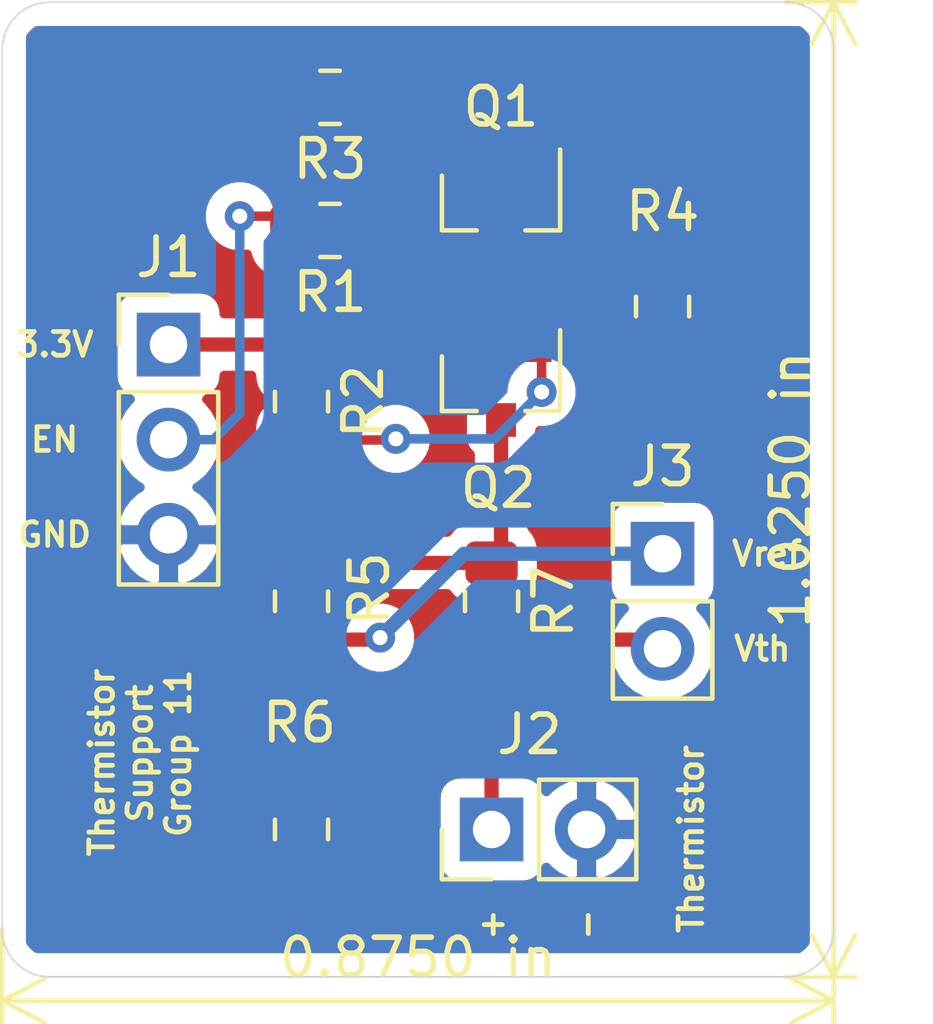
<source format=kicad_pcb>
(kicad_pcb (version 20171130) (host pcbnew "(5.1.4)-1")

  (general
    (thickness 1.6)
    (drawings 19)
    (tracks 39)
    (zones 0)
    (modules 12)
    (nets 10)
  )

  (page A4)
  (layers
    (0 F.Cu signal)
    (31 B.Cu signal)
    (32 B.Adhes user)
    (33 F.Adhes user)
    (34 B.Paste user)
    (35 F.Paste user)
    (36 B.SilkS user)
    (37 F.SilkS user)
    (38 B.Mask user)
    (39 F.Mask user)
    (40 Dwgs.User user)
    (41 Cmts.User user)
    (42 Eco1.User user)
    (43 Eco2.User user)
    (44 Edge.Cuts user)
    (45 Margin user)
    (46 B.CrtYd user)
    (47 F.CrtYd user)
    (48 B.Fab user)
    (49 F.Fab user hide)
  )

  (setup
    (last_trace_width 0.381)
    (user_trace_width 0.2032)
    (user_trace_width 0.254)
    (user_trace_width 0.381)
    (trace_clearance 0.2)
    (zone_clearance 0.508)
    (zone_45_only no)
    (trace_min 0.2)
    (via_size 0.8)
    (via_drill 0.4)
    (via_min_size 0.4)
    (via_min_drill 0.3)
    (uvia_size 0.3)
    (uvia_drill 0.1)
    (uvias_allowed no)
    (uvia_min_size 0.2)
    (uvia_min_drill 0.1)
    (edge_width 0.05)
    (segment_width 0.2)
    (pcb_text_width 0.3)
    (pcb_text_size 1.5 1.5)
    (mod_edge_width 0.12)
    (mod_text_size 1 1)
    (mod_text_width 0.15)
    (pad_size 1.524 1.524)
    (pad_drill 0.762)
    (pad_to_mask_clearance 0.051)
    (solder_mask_min_width 0.25)
    (aux_axis_origin 0 0)
    (visible_elements FFFFFF7F)
    (pcbplotparams
      (layerselection 0x010fc_ffffffff)
      (usegerberextensions false)
      (usegerberattributes false)
      (usegerberadvancedattributes false)
      (creategerberjobfile false)
      (excludeedgelayer true)
      (linewidth 0.100000)
      (plotframeref false)
      (viasonmask false)
      (mode 1)
      (useauxorigin false)
      (hpglpennumber 1)
      (hpglpenspeed 20)
      (hpglpendiameter 15.000000)
      (psnegative false)
      (psa4output false)
      (plotreference true)
      (plotvalue true)
      (plotinvisibletext false)
      (padsonsilk false)
      (subtractmaskfromsilk false)
      (outputformat 1)
      (mirror false)
      (drillshape 1)
      (scaleselection 1)
      (outputdirectory ""))
  )

  (net 0 "")
  (net 1 /+3.3V)
  (net 2 /GPIO_EN)
  (net 3 GND)
  (net 4 /Vth)
  (net 5 /Vref)
  (net 6 "Net-(Q1-Pad1)")
  (net 7 "Net-(Q1-Pad3)")
  (net 8 "Net-(Q2-Pad3)")
  (net 9 "Net-(Q2-Pad1)")

  (net_class Default "This is the default net class."
    (clearance 0.2)
    (trace_width 0.25)
    (via_dia 0.8)
    (via_drill 0.4)
    (uvia_dia 0.3)
    (uvia_drill 0.1)
    (add_net /+3.3V)
    (add_net /GPIO_EN)
    (add_net /Vref)
    (add_net /Vth)
    (add_net GND)
    (add_net "Net-(Q1-Pad1)")
    (add_net "Net-(Q1-Pad3)")
    (add_net "Net-(Q2-Pad1)")
    (add_net "Net-(Q2-Pad3)")
  )

  (module Connector_PinHeader_2.54mm:PinHeader_1x03_P2.54mm_Vertical (layer F.Cu) (tedit 59FED5CC) (tstamp 5DE2C752)
    (at -1.27 -4.826)
    (descr "Through hole straight pin header, 1x03, 2.54mm pitch, single row")
    (tags "Through hole pin header THT 1x03 2.54mm single row")
    (path /5DE33EDA)
    (fp_text reference J1 (at 0 -2.33) (layer F.SilkS)
      (effects (font (size 1 1) (thickness 0.15)))
    )
    (fp_text value "POW / Control" (at 0 7.41) (layer F.Fab)
      (effects (font (size 1 1) (thickness 0.15)))
    )
    (fp_line (start -0.635 -1.27) (end 1.27 -1.27) (layer F.Fab) (width 0.1))
    (fp_line (start 1.27 -1.27) (end 1.27 6.35) (layer F.Fab) (width 0.1))
    (fp_line (start 1.27 6.35) (end -1.27 6.35) (layer F.Fab) (width 0.1))
    (fp_line (start -1.27 6.35) (end -1.27 -0.635) (layer F.Fab) (width 0.1))
    (fp_line (start -1.27 -0.635) (end -0.635 -1.27) (layer F.Fab) (width 0.1))
    (fp_line (start -1.33 6.41) (end 1.33 6.41) (layer F.SilkS) (width 0.12))
    (fp_line (start -1.33 1.27) (end -1.33 6.41) (layer F.SilkS) (width 0.12))
    (fp_line (start 1.33 1.27) (end 1.33 6.41) (layer F.SilkS) (width 0.12))
    (fp_line (start -1.33 1.27) (end 1.33 1.27) (layer F.SilkS) (width 0.12))
    (fp_line (start -1.33 0) (end -1.33 -1.33) (layer F.SilkS) (width 0.12))
    (fp_line (start -1.33 -1.33) (end 0 -1.33) (layer F.SilkS) (width 0.12))
    (fp_line (start -1.8 -1.8) (end -1.8 6.85) (layer F.CrtYd) (width 0.05))
    (fp_line (start -1.8 6.85) (end 1.8 6.85) (layer F.CrtYd) (width 0.05))
    (fp_line (start 1.8 6.85) (end 1.8 -1.8) (layer F.CrtYd) (width 0.05))
    (fp_line (start 1.8 -1.8) (end -1.8 -1.8) (layer F.CrtYd) (width 0.05))
    (fp_text user %R (at 0 2.54 90) (layer F.Fab)
      (effects (font (size 1 1) (thickness 0.15)))
    )
    (pad 1 thru_hole rect (at 0 0) (size 1.7 1.7) (drill 1) (layers *.Cu *.Mask)
      (net 1 /+3.3V))
    (pad 2 thru_hole oval (at 0 2.54) (size 1.7 1.7) (drill 1) (layers *.Cu *.Mask)
      (net 2 /GPIO_EN))
    (pad 3 thru_hole oval (at 0 5.08) (size 1.7 1.7) (drill 1) (layers *.Cu *.Mask)
      (net 3 GND))
    (model ${KISYS3DMOD}/Connector_PinHeader_2.54mm.3dshapes/PinHeader_1x03_P2.54mm_Vertical.wrl
      (at (xyz 0 0 0))
      (scale (xyz 1 1 1))
      (rotate (xyz 0 0 0))
    )
  )

  (module Connector_PinHeader_2.54mm:PinHeader_1x02_P2.54mm_Vertical (layer F.Cu) (tedit 59FED5CC) (tstamp 5DE2D915)
    (at 7.366 8.128 90)
    (descr "Through hole straight pin header, 1x02, 2.54mm pitch, single row")
    (tags "Through hole pin header THT 1x02 2.54mm single row")
    (path /5DE4DB18)
    (fp_text reference J2 (at 2.54 1.016 180) (layer F.SilkS)
      (effects (font (size 1 1) (thickness 0.15)))
    )
    (fp_text value "Termistor 10k" (at 0 4.87 90) (layer F.Fab)
      (effects (font (size 1 1) (thickness 0.15)))
    )
    (fp_text user %R (at 0 1.27) (layer F.Fab)
      (effects (font (size 1 1) (thickness 0.15)))
    )
    (fp_line (start 1.8 -1.8) (end -1.8 -1.8) (layer F.CrtYd) (width 0.05))
    (fp_line (start 1.8 4.35) (end 1.8 -1.8) (layer F.CrtYd) (width 0.05))
    (fp_line (start -1.8 4.35) (end 1.8 4.35) (layer F.CrtYd) (width 0.05))
    (fp_line (start -1.8 -1.8) (end -1.8 4.35) (layer F.CrtYd) (width 0.05))
    (fp_line (start -1.33 -1.33) (end 0 -1.33) (layer F.SilkS) (width 0.12))
    (fp_line (start -1.33 0) (end -1.33 -1.33) (layer F.SilkS) (width 0.12))
    (fp_line (start -1.33 1.27) (end 1.33 1.27) (layer F.SilkS) (width 0.12))
    (fp_line (start 1.33 1.27) (end 1.33 3.87) (layer F.SilkS) (width 0.12))
    (fp_line (start -1.33 1.27) (end -1.33 3.87) (layer F.SilkS) (width 0.12))
    (fp_line (start -1.33 3.87) (end 1.33 3.87) (layer F.SilkS) (width 0.12))
    (fp_line (start -1.27 -0.635) (end -0.635 -1.27) (layer F.Fab) (width 0.1))
    (fp_line (start -1.27 3.81) (end -1.27 -0.635) (layer F.Fab) (width 0.1))
    (fp_line (start 1.27 3.81) (end -1.27 3.81) (layer F.Fab) (width 0.1))
    (fp_line (start 1.27 -1.27) (end 1.27 3.81) (layer F.Fab) (width 0.1))
    (fp_line (start -0.635 -1.27) (end 1.27 -1.27) (layer F.Fab) (width 0.1))
    (pad 2 thru_hole oval (at 0 2.54 90) (size 1.7 1.7) (drill 1) (layers *.Cu *.Mask)
      (net 3 GND))
    (pad 1 thru_hole rect (at 0 0 90) (size 1.7 1.7) (drill 1) (layers *.Cu *.Mask)
      (net 4 /Vth))
    (model ${KISYS3DMOD}/Connector_PinHeader_2.54mm.3dshapes/PinHeader_1x02_P2.54mm_Vertical.wrl
      (at (xyz 0 0 0))
      (scale (xyz 1 1 1))
      (rotate (xyz 0 0 0))
    )
  )

  (module Connector_PinHeader_2.54mm:PinHeader_1x02_P2.54mm_Vertical (layer F.Cu) (tedit 59FED5CC) (tstamp 5DE2D86A)
    (at 11.938 0.762)
    (descr "Through hole straight pin header, 1x02, 2.54mm pitch, single row")
    (tags "Through hole pin header THT 1x02 2.54mm single row")
    (path /5DE348DC)
    (fp_text reference J3 (at 0 -2.33) (layer F.SilkS)
      (effects (font (size 1 1) (thickness 0.15)))
    )
    (fp_text value "ADC Inputs" (at 0 4.87) (layer F.Fab)
      (effects (font (size 1 1) (thickness 0.15)))
    )
    (fp_line (start -0.635 -1.27) (end 1.27 -1.27) (layer F.Fab) (width 0.1))
    (fp_line (start 1.27 -1.27) (end 1.27 3.81) (layer F.Fab) (width 0.1))
    (fp_line (start 1.27 3.81) (end -1.27 3.81) (layer F.Fab) (width 0.1))
    (fp_line (start -1.27 3.81) (end -1.27 -0.635) (layer F.Fab) (width 0.1))
    (fp_line (start -1.27 -0.635) (end -0.635 -1.27) (layer F.Fab) (width 0.1))
    (fp_line (start -1.33 3.87) (end 1.33 3.87) (layer F.SilkS) (width 0.12))
    (fp_line (start -1.33 1.27) (end -1.33 3.87) (layer F.SilkS) (width 0.12))
    (fp_line (start 1.33 1.27) (end 1.33 3.87) (layer F.SilkS) (width 0.12))
    (fp_line (start -1.33 1.27) (end 1.33 1.27) (layer F.SilkS) (width 0.12))
    (fp_line (start -1.33 0) (end -1.33 -1.33) (layer F.SilkS) (width 0.12))
    (fp_line (start -1.33 -1.33) (end 0 -1.33) (layer F.SilkS) (width 0.12))
    (fp_line (start -1.8 -1.8) (end -1.8 4.35) (layer F.CrtYd) (width 0.05))
    (fp_line (start -1.8 4.35) (end 1.8 4.35) (layer F.CrtYd) (width 0.05))
    (fp_line (start 1.8 4.35) (end 1.8 -1.8) (layer F.CrtYd) (width 0.05))
    (fp_line (start 1.8 -1.8) (end -1.8 -1.8) (layer F.CrtYd) (width 0.05))
    (fp_text user %R (at 0 1.27 90) (layer F.Fab)
      (effects (font (size 1 1) (thickness 0.15)))
    )
    (pad 1 thru_hole rect (at 0 0) (size 1.7 1.7) (drill 1) (layers *.Cu *.Mask)
      (net 5 /Vref))
    (pad 2 thru_hole oval (at 0 2.54) (size 1.7 1.7) (drill 1) (layers *.Cu *.Mask)
      (net 4 /Vth))
    (model ${KISYS3DMOD}/Connector_PinHeader_2.54mm.3dshapes/PinHeader_1x02_P2.54mm_Vertical.wrl
      (at (xyz 0 0 0))
      (scale (xyz 1 1 1))
      (rotate (xyz 0 0 0))
    )
  )

  (module Package_TO_SOT_SMD:SOT-23 (layer F.Cu) (tedit 5A02FF57) (tstamp 5DE2C4D2)
    (at 7.62 -8.636 270)
    (descr "SOT-23, Standard")
    (tags SOT-23)
    (path /5DE20AFC)
    (attr smd)
    (fp_text reference Q1 (at -2.54 0) (layer F.SilkS)
      (effects (font (size 1 1) (thickness 0.15)))
    )
    (fp_text value 2N7002E (at 0 2.5 90) (layer F.Fab)
      (effects (font (size 1 1) (thickness 0.15)))
    )
    (fp_text user %R (at 0 0) (layer F.Fab)
      (effects (font (size 0.5 0.5) (thickness 0.075)))
    )
    (fp_line (start -0.7 -0.95) (end -0.7 1.5) (layer F.Fab) (width 0.1))
    (fp_line (start -0.15 -1.52) (end 0.7 -1.52) (layer F.Fab) (width 0.1))
    (fp_line (start -0.7 -0.95) (end -0.15 -1.52) (layer F.Fab) (width 0.1))
    (fp_line (start 0.7 -1.52) (end 0.7 1.52) (layer F.Fab) (width 0.1))
    (fp_line (start -0.7 1.52) (end 0.7 1.52) (layer F.Fab) (width 0.1))
    (fp_line (start 0.76 1.58) (end 0.76 0.65) (layer F.SilkS) (width 0.12))
    (fp_line (start 0.76 -1.58) (end 0.76 -0.65) (layer F.SilkS) (width 0.12))
    (fp_line (start -1.7 -1.75) (end 1.7 -1.75) (layer F.CrtYd) (width 0.05))
    (fp_line (start 1.7 -1.75) (end 1.7 1.75) (layer F.CrtYd) (width 0.05))
    (fp_line (start 1.7 1.75) (end -1.7 1.75) (layer F.CrtYd) (width 0.05))
    (fp_line (start -1.7 1.75) (end -1.7 -1.75) (layer F.CrtYd) (width 0.05))
    (fp_line (start 0.76 -1.58) (end -1.4 -1.58) (layer F.SilkS) (width 0.12))
    (fp_line (start 0.76 1.58) (end -0.7 1.58) (layer F.SilkS) (width 0.12))
    (pad 1 smd rect (at -1 -0.95 270) (size 0.9 0.8) (layers F.Cu F.Paste F.Mask)
      (net 6 "Net-(Q1-Pad1)"))
    (pad 2 smd rect (at -1 0.95 270) (size 0.9 0.8) (layers F.Cu F.Paste F.Mask)
      (net 3 GND))
    (pad 3 smd rect (at 1 0 270) (size 0.9 0.8) (layers F.Cu F.Paste F.Mask)
      (net 7 "Net-(Q1-Pad3)"))
    (model ${KISYS3DMOD}/Package_TO_SOT_SMD.3dshapes/SOT-23.wrl
      (at (xyz 0 0 0))
      (scale (xyz 1 1 1))
      (rotate (xyz 0 0 0))
    )
  )

  (module Package_TO_SOT_SMD:SOT-23 (layer F.Cu) (tedit 5A02FF57) (tstamp 5DE2D378)
    (at 7.62 -3.81 270)
    (descr "SOT-23, Standard")
    (tags SOT-23)
    (path /5DE25183)
    (attr smd)
    (fp_text reference Q2 (at 2.8194 0.07366 180) (layer F.SilkS)
      (effects (font (size 1 1) (thickness 0.15)))
    )
    (fp_text value BSS83P (at 0 2.5 90) (layer F.Fab)
      (effects (font (size 1 1) (thickness 0.15)))
    )
    (fp_line (start 0.76 1.58) (end -0.7 1.58) (layer F.SilkS) (width 0.12))
    (fp_line (start 0.76 -1.58) (end -1.4 -1.58) (layer F.SilkS) (width 0.12))
    (fp_line (start -1.7 1.75) (end -1.7 -1.75) (layer F.CrtYd) (width 0.05))
    (fp_line (start 1.7 1.75) (end -1.7 1.75) (layer F.CrtYd) (width 0.05))
    (fp_line (start 1.7 -1.75) (end 1.7 1.75) (layer F.CrtYd) (width 0.05))
    (fp_line (start -1.7 -1.75) (end 1.7 -1.75) (layer F.CrtYd) (width 0.05))
    (fp_line (start 0.76 -1.58) (end 0.76 -0.65) (layer F.SilkS) (width 0.12))
    (fp_line (start 0.76 1.58) (end 0.76 0.65) (layer F.SilkS) (width 0.12))
    (fp_line (start -0.7 1.52) (end 0.7 1.52) (layer F.Fab) (width 0.1))
    (fp_line (start 0.7 -1.52) (end 0.7 1.52) (layer F.Fab) (width 0.1))
    (fp_line (start -0.7 -0.95) (end -0.15 -1.52) (layer F.Fab) (width 0.1))
    (fp_line (start -0.15 -1.52) (end 0.7 -1.52) (layer F.Fab) (width 0.1))
    (fp_line (start -0.7 -0.95) (end -0.7 1.5) (layer F.Fab) (width 0.1))
    (fp_text user %R (at 0 0) (layer F.Fab)
      (effects (font (size 0.5 0.5) (thickness 0.075)))
    )
    (pad 3 smd rect (at 1 0 270) (size 0.9 0.8) (layers F.Cu F.Paste F.Mask)
      (net 8 "Net-(Q2-Pad3)"))
    (pad 2 smd rect (at -1 0.95 270) (size 0.9 0.8) (layers F.Cu F.Paste F.Mask)
      (net 1 /+3.3V))
    (pad 1 smd rect (at -1 -0.95 270) (size 0.9 0.8) (layers F.Cu F.Paste F.Mask)
      (net 9 "Net-(Q2-Pad1)"))
    (model ${KISYS3DMOD}/Package_TO_SOT_SMD.3dshapes/SOT-23.wrl
      (at (xyz 0 0 0))
      (scale (xyz 1 1 1))
      (rotate (xyz 0 0 0))
    )
  )

  (module Resistor_SMD:R_0805_2012Metric_Pad1.15x1.40mm_HandSolder (layer F.Cu) (tedit 5B36C52B) (tstamp 5DE2C4F8)
    (at 3.048 -7.874 180)
    (descr "Resistor SMD 0805 (2012 Metric), square (rectangular) end terminal, IPC_7351 nominal with elongated pad for handsoldering. (Body size source: https://docs.google.com/spreadsheets/d/1BsfQQcO9C6DZCsRaXUlFlo91Tg2WpOkGARC1WS5S8t0/edit?usp=sharing), generated with kicad-footprint-generator")
    (tags "resistor handsolder")
    (path /5DE32EF7)
    (attr smd)
    (fp_text reference R1 (at 0 -1.65) (layer F.SilkS)
      (effects (font (size 1 1) (thickness 0.15)))
    )
    (fp_text value 10k (at 0 1.65) (layer F.Fab)
      (effects (font (size 1 1) (thickness 0.15)))
    )
    (fp_line (start -1 0.6) (end -1 -0.6) (layer F.Fab) (width 0.1))
    (fp_line (start -1 -0.6) (end 1 -0.6) (layer F.Fab) (width 0.1))
    (fp_line (start 1 -0.6) (end 1 0.6) (layer F.Fab) (width 0.1))
    (fp_line (start 1 0.6) (end -1 0.6) (layer F.Fab) (width 0.1))
    (fp_line (start -0.261252 -0.71) (end 0.261252 -0.71) (layer F.SilkS) (width 0.12))
    (fp_line (start -0.261252 0.71) (end 0.261252 0.71) (layer F.SilkS) (width 0.12))
    (fp_line (start -1.85 0.95) (end -1.85 -0.95) (layer F.CrtYd) (width 0.05))
    (fp_line (start -1.85 -0.95) (end 1.85 -0.95) (layer F.CrtYd) (width 0.05))
    (fp_line (start 1.85 -0.95) (end 1.85 0.95) (layer F.CrtYd) (width 0.05))
    (fp_line (start 1.85 0.95) (end -1.85 0.95) (layer F.CrtYd) (width 0.05))
    (fp_text user %R (at 0 0) (layer F.Fab)
      (effects (font (size 0.5 0.5) (thickness 0.08)))
    )
    (pad 1 smd roundrect (at -1.025 0 180) (size 1.15 1.4) (layers F.Cu F.Paste F.Mask) (roundrect_rratio 0.217391)
      (net 6 "Net-(Q1-Pad1)"))
    (pad 2 smd roundrect (at 1.025 0 180) (size 1.15 1.4) (layers F.Cu F.Paste F.Mask) (roundrect_rratio 0.217391)
      (net 2 /GPIO_EN))
    (model ${KISYS3DMOD}/Resistor_SMD.3dshapes/R_0805_2012Metric.wrl
      (at (xyz 0 0 0))
      (scale (xyz 1 1 1))
      (rotate (xyz 0 0 0))
    )
  )

  (module Resistor_SMD:R_0805_2012Metric_Pad1.15x1.40mm_HandSolder (layer F.Cu) (tedit 5B36C52B) (tstamp 5DE2DCAF)
    (at 2.286 -3.302 270)
    (descr "Resistor SMD 0805 (2012 Metric), square (rectangular) end terminal, IPC_7351 nominal with elongated pad for handsoldering. (Body size source: https://docs.google.com/spreadsheets/d/1BsfQQcO9C6DZCsRaXUlFlo91Tg2WpOkGARC1WS5S8t0/edit?usp=sharing), generated with kicad-footprint-generator")
    (tags "resistor handsolder")
    (path /5DE2E9BC)
    (attr smd)
    (fp_text reference R2 (at 0 -1.65 90) (layer F.SilkS)
      (effects (font (size 1 1) (thickness 0.15)))
    )
    (fp_text value 10k (at 0 1.65 90) (layer F.Fab)
      (effects (font (size 1 1) (thickness 0.15)))
    )
    (fp_text user %R (at 0 0 90) (layer F.Fab)
      (effects (font (size 0.5 0.5) (thickness 0.08)))
    )
    (fp_line (start 1.85 0.95) (end -1.85 0.95) (layer F.CrtYd) (width 0.05))
    (fp_line (start 1.85 -0.95) (end 1.85 0.95) (layer F.CrtYd) (width 0.05))
    (fp_line (start -1.85 -0.95) (end 1.85 -0.95) (layer F.CrtYd) (width 0.05))
    (fp_line (start -1.85 0.95) (end -1.85 -0.95) (layer F.CrtYd) (width 0.05))
    (fp_line (start -0.261252 0.71) (end 0.261252 0.71) (layer F.SilkS) (width 0.12))
    (fp_line (start -0.261252 -0.71) (end 0.261252 -0.71) (layer F.SilkS) (width 0.12))
    (fp_line (start 1 0.6) (end -1 0.6) (layer F.Fab) (width 0.1))
    (fp_line (start 1 -0.6) (end 1 0.6) (layer F.Fab) (width 0.1))
    (fp_line (start -1 -0.6) (end 1 -0.6) (layer F.Fab) (width 0.1))
    (fp_line (start -1 0.6) (end -1 -0.6) (layer F.Fab) (width 0.1))
    (pad 2 smd roundrect (at 1.025 0 270) (size 1.15 1.4) (layers F.Cu F.Paste F.Mask) (roundrect_rratio 0.217391)
      (net 9 "Net-(Q2-Pad1)"))
    (pad 1 smd roundrect (at -1.025 0 270) (size 1.15 1.4) (layers F.Cu F.Paste F.Mask) (roundrect_rratio 0.217391)
      (net 1 /+3.3V))
    (model ${KISYS3DMOD}/Resistor_SMD.3dshapes/R_0805_2012Metric.wrl
      (at (xyz 0 0 0))
      (scale (xyz 1 1 1))
      (rotate (xyz 0 0 0))
    )
  )

  (module Resistor_SMD:R_0805_2012Metric_Pad1.15x1.40mm_HandSolder (layer F.Cu) (tedit 5B36C52B) (tstamp 5DE2C51A)
    (at 3.048 -11.43 180)
    (descr "Resistor SMD 0805 (2012 Metric), square (rectangular) end terminal, IPC_7351 nominal with elongated pad for handsoldering. (Body size source: https://docs.google.com/spreadsheets/d/1BsfQQcO9C6DZCsRaXUlFlo91Tg2WpOkGARC1WS5S8t0/edit?usp=sharing), generated with kicad-footprint-generator")
    (tags "resistor handsolder")
    (path /5DE32289)
    (attr smd)
    (fp_text reference R3 (at 0 -1.65) (layer F.SilkS)
      (effects (font (size 1 1) (thickness 0.15)))
    )
    (fp_text value 10k (at 0 1.65) (layer F.Fab)
      (effects (font (size 1 1) (thickness 0.15)))
    )
    (fp_text user %R (at 0 0) (layer F.Fab)
      (effects (font (size 0.5 0.5) (thickness 0.08)))
    )
    (fp_line (start 1.85 0.95) (end -1.85 0.95) (layer F.CrtYd) (width 0.05))
    (fp_line (start 1.85 -0.95) (end 1.85 0.95) (layer F.CrtYd) (width 0.05))
    (fp_line (start -1.85 -0.95) (end 1.85 -0.95) (layer F.CrtYd) (width 0.05))
    (fp_line (start -1.85 0.95) (end -1.85 -0.95) (layer F.CrtYd) (width 0.05))
    (fp_line (start -0.261252 0.71) (end 0.261252 0.71) (layer F.SilkS) (width 0.12))
    (fp_line (start -0.261252 -0.71) (end 0.261252 -0.71) (layer F.SilkS) (width 0.12))
    (fp_line (start 1 0.6) (end -1 0.6) (layer F.Fab) (width 0.1))
    (fp_line (start 1 -0.6) (end 1 0.6) (layer F.Fab) (width 0.1))
    (fp_line (start -1 -0.6) (end 1 -0.6) (layer F.Fab) (width 0.1))
    (fp_line (start -1 0.6) (end -1 -0.6) (layer F.Fab) (width 0.1))
    (pad 2 smd roundrect (at 1.025 0 180) (size 1.15 1.4) (layers F.Cu F.Paste F.Mask) (roundrect_rratio 0.217391)
      (net 3 GND))
    (pad 1 smd roundrect (at -1.025 0 180) (size 1.15 1.4) (layers F.Cu F.Paste F.Mask) (roundrect_rratio 0.217391)
      (net 6 "Net-(Q1-Pad1)"))
    (model ${KISYS3DMOD}/Resistor_SMD.3dshapes/R_0805_2012Metric.wrl
      (at (xyz 0 0 0))
      (scale (xyz 1 1 1))
      (rotate (xyz 0 0 0))
    )
  )

  (module Resistor_SMD:R_0805_2012Metric_Pad1.15x1.40mm_HandSolder (layer F.Cu) (tedit 5B36C52B) (tstamp 5DE2C52B)
    (at 11.938 -5.842 90)
    (descr "Resistor SMD 0805 (2012 Metric), square (rectangular) end terminal, IPC_7351 nominal with elongated pad for handsoldering. (Body size source: https://docs.google.com/spreadsheets/d/1BsfQQcO9C6DZCsRaXUlFlo91Tg2WpOkGARC1WS5S8t0/edit?usp=sharing), generated with kicad-footprint-generator")
    (tags "resistor handsolder")
    (path /5DE2877C)
    (attr smd)
    (fp_text reference R4 (at 2.54 0 180) (layer F.SilkS)
      (effects (font (size 1 1) (thickness 0.15)))
    )
    (fp_text value 10k (at 0 1.65 90) (layer F.Fab)
      (effects (font (size 1 1) (thickness 0.15)))
    )
    (fp_line (start -1 0.6) (end -1 -0.6) (layer F.Fab) (width 0.1))
    (fp_line (start -1 -0.6) (end 1 -0.6) (layer F.Fab) (width 0.1))
    (fp_line (start 1 -0.6) (end 1 0.6) (layer F.Fab) (width 0.1))
    (fp_line (start 1 0.6) (end -1 0.6) (layer F.Fab) (width 0.1))
    (fp_line (start -0.261252 -0.71) (end 0.261252 -0.71) (layer F.SilkS) (width 0.12))
    (fp_line (start -0.261252 0.71) (end 0.261252 0.71) (layer F.SilkS) (width 0.12))
    (fp_line (start -1.85 0.95) (end -1.85 -0.95) (layer F.CrtYd) (width 0.05))
    (fp_line (start -1.85 -0.95) (end 1.85 -0.95) (layer F.CrtYd) (width 0.05))
    (fp_line (start 1.85 -0.95) (end 1.85 0.95) (layer F.CrtYd) (width 0.05))
    (fp_line (start 1.85 0.95) (end -1.85 0.95) (layer F.CrtYd) (width 0.05))
    (fp_text user %R (at 0 0 90) (layer F.Fab)
      (effects (font (size 0.5 0.5) (thickness 0.08)))
    )
    (pad 1 smd roundrect (at -1.025 0 90) (size 1.15 1.4) (layers F.Cu F.Paste F.Mask) (roundrect_rratio 0.217391)
      (net 9 "Net-(Q2-Pad1)"))
    (pad 2 smd roundrect (at 1.025 0 90) (size 1.15 1.4) (layers F.Cu F.Paste F.Mask) (roundrect_rratio 0.217391)
      (net 7 "Net-(Q1-Pad3)"))
    (model ${KISYS3DMOD}/Resistor_SMD.3dshapes/R_0805_2012Metric.wrl
      (at (xyz 0 0 0))
      (scale (xyz 1 1 1))
      (rotate (xyz 0 0 0))
    )
  )

  (module Resistor_SMD:R_0805_2012Metric_Pad1.15x1.40mm_HandSolder (layer F.Cu) (tedit 5B36C52B) (tstamp 5DE2C53C)
    (at 2.286 2.032 270)
    (descr "Resistor SMD 0805 (2012 Metric), square (rectangular) end terminal, IPC_7351 nominal with elongated pad for handsoldering. (Body size source: https://docs.google.com/spreadsheets/d/1BsfQQcO9C6DZCsRaXUlFlo91Tg2WpOkGARC1WS5S8t0/edit?usp=sharing), generated with kicad-footprint-generator")
    (tags "resistor handsolder")
    (path /5DE31049)
    (attr smd)
    (fp_text reference R5 (at -0.33274 -1.81356 270) (layer F.SilkS)
      (effects (font (size 1 1) (thickness 0.15)))
    )
    (fp_text value 20k (at 0 1.65 90) (layer F.Fab)
      (effects (font (size 1 1) (thickness 0.15)))
    )
    (fp_text user %R (at 0 0 90) (layer F.Fab)
      (effects (font (size 0.5 0.5) (thickness 0.08)))
    )
    (fp_line (start 1.85 0.95) (end -1.85 0.95) (layer F.CrtYd) (width 0.05))
    (fp_line (start 1.85 -0.95) (end 1.85 0.95) (layer F.CrtYd) (width 0.05))
    (fp_line (start -1.85 -0.95) (end 1.85 -0.95) (layer F.CrtYd) (width 0.05))
    (fp_line (start -1.85 0.95) (end -1.85 -0.95) (layer F.CrtYd) (width 0.05))
    (fp_line (start -0.261252 0.71) (end 0.261252 0.71) (layer F.SilkS) (width 0.12))
    (fp_line (start -0.261252 -0.71) (end 0.261252 -0.71) (layer F.SilkS) (width 0.12))
    (fp_line (start 1 0.6) (end -1 0.6) (layer F.Fab) (width 0.1))
    (fp_line (start 1 -0.6) (end 1 0.6) (layer F.Fab) (width 0.1))
    (fp_line (start -1 -0.6) (end 1 -0.6) (layer F.Fab) (width 0.1))
    (fp_line (start -1 0.6) (end -1 -0.6) (layer F.Fab) (width 0.1))
    (pad 2 smd roundrect (at 1.025 0 270) (size 1.15 1.4) (layers F.Cu F.Paste F.Mask) (roundrect_rratio 0.217391)
      (net 5 /Vref))
    (pad 1 smd roundrect (at -1.025 0 270) (size 1.15 1.4) (layers F.Cu F.Paste F.Mask) (roundrect_rratio 0.217391)
      (net 8 "Net-(Q2-Pad3)"))
    (model ${KISYS3DMOD}/Resistor_SMD.3dshapes/R_0805_2012Metric.wrl
      (at (xyz 0 0 0))
      (scale (xyz 1 1 1))
      (rotate (xyz 0 0 0))
    )
  )

  (module Resistor_SMD:R_0805_2012Metric_Pad1.15x1.40mm_HandSolder (layer F.Cu) (tedit 5B36C52B) (tstamp 5DE2C54D)
    (at 2.286 8.128 270)
    (descr "Resistor SMD 0805 (2012 Metric), square (rectangular) end terminal, IPC_7351 nominal with elongated pad for handsoldering. (Body size source: https://docs.google.com/spreadsheets/d/1BsfQQcO9C6DZCsRaXUlFlo91Tg2WpOkGARC1WS5S8t0/edit?usp=sharing), generated with kicad-footprint-generator")
    (tags "resistor handsolder")
    (path /5DE3153C)
    (attr smd)
    (fp_text reference R6 (at -2.85242 0.05588 180) (layer F.SilkS)
      (effects (font (size 1 1) (thickness 0.15)))
    )
    (fp_text value 10k (at 0 1.65 90) (layer F.Fab)
      (effects (font (size 1 1) (thickness 0.15)))
    )
    (fp_line (start -1 0.6) (end -1 -0.6) (layer F.Fab) (width 0.1))
    (fp_line (start -1 -0.6) (end 1 -0.6) (layer F.Fab) (width 0.1))
    (fp_line (start 1 -0.6) (end 1 0.6) (layer F.Fab) (width 0.1))
    (fp_line (start 1 0.6) (end -1 0.6) (layer F.Fab) (width 0.1))
    (fp_line (start -0.261252 -0.71) (end 0.261252 -0.71) (layer F.SilkS) (width 0.12))
    (fp_line (start -0.261252 0.71) (end 0.261252 0.71) (layer F.SilkS) (width 0.12))
    (fp_line (start -1.85 0.95) (end -1.85 -0.95) (layer F.CrtYd) (width 0.05))
    (fp_line (start -1.85 -0.95) (end 1.85 -0.95) (layer F.CrtYd) (width 0.05))
    (fp_line (start 1.85 -0.95) (end 1.85 0.95) (layer F.CrtYd) (width 0.05))
    (fp_line (start 1.85 0.95) (end -1.85 0.95) (layer F.CrtYd) (width 0.05))
    (fp_text user %R (at 0 0 90) (layer F.Fab)
      (effects (font (size 0.5 0.5) (thickness 0.08)))
    )
    (pad 1 smd roundrect (at -1.025 0 270) (size 1.15 1.4) (layers F.Cu F.Paste F.Mask) (roundrect_rratio 0.217391)
      (net 5 /Vref))
    (pad 2 smd roundrect (at 1.025 0 270) (size 1.15 1.4) (layers F.Cu F.Paste F.Mask) (roundrect_rratio 0.217391)
      (net 3 GND))
    (model ${KISYS3DMOD}/Resistor_SMD.3dshapes/R_0805_2012Metric.wrl
      (at (xyz 0 0 0))
      (scale (xyz 1 1 1))
      (rotate (xyz 0 0 0))
    )
  )

  (module Resistor_SMD:R_0805_2012Metric_Pad1.15x1.40mm_HandSolder (layer F.Cu) (tedit 5B36C52B) (tstamp 5DE2C55E)
    (at 7.366 2.032 270)
    (descr "Resistor SMD 0805 (2012 Metric), square (rectangular) end terminal, IPC_7351 nominal with elongated pad for handsoldering. (Body size source: https://docs.google.com/spreadsheets/d/1BsfQQcO9C6DZCsRaXUlFlo91Tg2WpOkGARC1WS5S8t0/edit?usp=sharing), generated with kicad-footprint-generator")
    (tags "resistor handsolder")
    (path /5DE30CD0)
    (attr smd)
    (fp_text reference R7 (at 0 -1.65 90) (layer F.SilkS)
      (effects (font (size 1 1) (thickness 0.15)))
    )
    (fp_text value 20k (at 0 1.65 90) (layer F.Fab)
      (effects (font (size 1 1) (thickness 0.15)))
    )
    (fp_line (start -1 0.6) (end -1 -0.6) (layer F.Fab) (width 0.1))
    (fp_line (start -1 -0.6) (end 1 -0.6) (layer F.Fab) (width 0.1))
    (fp_line (start 1 -0.6) (end 1 0.6) (layer F.Fab) (width 0.1))
    (fp_line (start 1 0.6) (end -1 0.6) (layer F.Fab) (width 0.1))
    (fp_line (start -0.261252 -0.71) (end 0.261252 -0.71) (layer F.SilkS) (width 0.12))
    (fp_line (start -0.261252 0.71) (end 0.261252 0.71) (layer F.SilkS) (width 0.12))
    (fp_line (start -1.85 0.95) (end -1.85 -0.95) (layer F.CrtYd) (width 0.05))
    (fp_line (start -1.85 -0.95) (end 1.85 -0.95) (layer F.CrtYd) (width 0.05))
    (fp_line (start 1.85 -0.95) (end 1.85 0.95) (layer F.CrtYd) (width 0.05))
    (fp_line (start 1.85 0.95) (end -1.85 0.95) (layer F.CrtYd) (width 0.05))
    (fp_text user %R (at 0 0 90) (layer F.Fab)
      (effects (font (size 0.5 0.5) (thickness 0.08)))
    )
    (pad 1 smd roundrect (at -1.025 0 270) (size 1.15 1.4) (layers F.Cu F.Paste F.Mask) (roundrect_rratio 0.217391)
      (net 8 "Net-(Q2-Pad3)"))
    (pad 2 smd roundrect (at 1.025 0 270) (size 1.15 1.4) (layers F.Cu F.Paste F.Mask) (roundrect_rratio 0.217391)
      (net 4 /Vth))
    (model ${KISYS3DMOD}/Resistor_SMD.3dshapes/R_0805_2012Metric.wrl
      (at (xyz 0 0 0))
      (scale (xyz 1 1 1))
      (rotate (xyz 0 0 0))
    )
  )

  (dimension 26.035 (width 0.12) (layer F.SilkS)
    (gr_text "1.0250 in" (at 17.78 -0.9525 90) (layer F.SilkS)
      (effects (font (size 1 1) (thickness 0.15)))
    )
    (feature1 (pts (xy 15.24 -13.97) (xy 17.096421 -13.97)))
    (feature2 (pts (xy 15.24 12.065) (xy 17.096421 12.065)))
    (crossbar (pts (xy 16.51 12.065) (xy 16.51 -13.97)))
    (arrow1a (pts (xy 16.51 -13.97) (xy 17.096421 -12.843496)))
    (arrow1b (pts (xy 16.51 -13.97) (xy 15.923579 -12.843496)))
    (arrow2a (pts (xy 16.51 12.065) (xy 17.096421 10.938496)))
    (arrow2b (pts (xy 16.51 12.065) (xy 15.923579 10.938496)))
  )
  (dimension 22.225 (width 0.12) (layer F.SilkS)
    (gr_text "0.8750 in" (at 5.3975 13.97) (layer F.SilkS)
      (effects (font (size 1 1) (thickness 0.15)))
    )
    (feature1 (pts (xy 16.51 10.795) (xy 16.51 13.286421)))
    (feature2 (pts (xy -5.715 10.795) (xy -5.715 13.286421)))
    (crossbar (pts (xy -5.715 12.7) (xy 16.51 12.7)))
    (arrow1a (pts (xy 16.51 12.7) (xy 15.383496 13.286421)))
    (arrow1b (pts (xy 16.51 12.7) (xy 15.383496 12.113579)))
    (arrow2a (pts (xy -5.715 12.7) (xy -4.588496 13.286421)))
    (arrow2b (pts (xy -5.715 12.7) (xy -4.588496 12.113579)))
  )
  (gr_text Thermistor (at 12.7 8.382 90) (layer F.SilkS) (tstamp 5DE2DDFA)
    (effects (font (size 0.635 0.635) (thickness 0.127)))
  )
  (gr_text - (at 9.906 10.668 90) (layer F.SilkS) (tstamp 5DE2DDFA)
    (effects (font (size 0.635 0.635) (thickness 0.127)))
  )
  (gr_text + (at 7.366 10.668 90) (layer F.SilkS) (tstamp 5DE2DDFA)
    (effects (font (size 0.635 0.635) (thickness 0.127)))
  )
  (gr_text "3.3V\n" (at -4.318 -4.826) (layer F.SilkS) (tstamp 5DE2DDFA)
    (effects (font (size 0.635 0.635) (thickness 0.127)))
  )
  (gr_text EN (at -4.318 -2.286) (layer F.SilkS) (tstamp 5DE2DDFA)
    (effects (font (size 0.635 0.635) (thickness 0.127)))
  )
  (gr_text GND (at -4.318 0.254) (layer F.SilkS) (tstamp 5DE2DDFA)
    (effects (font (size 0.635 0.635) (thickness 0.127)))
  )
  (gr_text "Vref\n" (at 14.732 0.762) (layer F.SilkS) (tstamp 5DE2DDF3)
    (effects (font (size 0.635 0.635) (thickness 0.127)))
  )
  (gr_text Vth (at 14.605 3.302) (layer F.SilkS) (tstamp 5DE2DDF3)
    (effects (font (size 0.635 0.635) (thickness 0.127)))
  )
  (gr_text "Thermistor \nSupport\nGroup 11" (at -2.032 6.096 90) (layer F.SilkS)
    (effects (font (size 0.635 0.635) (thickness 0.127)))
  )
  (gr_arc (start -4.445 10.795) (end -5.715 10.795) (angle -90) (layer Edge.Cuts) (width 0.05))
  (gr_arc (start 15.24 10.795) (end 15.24 12.065) (angle -90) (layer Edge.Cuts) (width 0.05))
  (gr_arc (start 15.24 -12.7) (end 16.51 -12.7) (angle -90) (layer Edge.Cuts) (width 0.05))
  (gr_arc (start -4.445 -12.7) (end -4.445 -13.97) (angle -90) (layer Edge.Cuts) (width 0.05))
  (gr_line (start -5.715 10.795) (end -5.715 -12.7) (layer Edge.Cuts) (width 0.05) (tstamp 5DE2DAAB))
  (gr_line (start 15.24 12.065) (end -4.445 12.065) (layer Edge.Cuts) (width 0.05))
  (gr_line (start 16.51 -12.7) (end 16.51 10.795) (layer Edge.Cuts) (width 0.05))
  (gr_line (start -4.445 -13.97) (end 15.24 -13.97) (layer Edge.Cuts) (width 0.05))

  (segment (start 1.787 -4.826) (end 2.286 -4.327) (width 0.381) (layer F.Cu) (net 1))
  (segment (start -1.27 -4.826) (end 1.787 -4.826) (width 0.381) (layer F.Cu) (net 1))
  (segment (start 6.187 -4.327) (end 6.67 -4.81) (width 0.381) (layer F.Cu) (net 1))
  (segment (start 2.286 -4.327) (end 6.187 -4.327) (width 0.381) (layer F.Cu) (net 1))
  (segment (start -0.067919 -2.286) (end 0.635 -2.988919) (width 0.254) (layer B.Cu) (net 2))
  (segment (start -1.27 -2.286) (end -0.067919 -2.286) (width 0.254) (layer B.Cu) (net 2))
  (via (at 0.635 -8.255) (size 0.8) (drill 0.4) (layers F.Cu B.Cu) (net 2))
  (segment (start 0.635 -2.988919) (end 0.635 -8.255) (width 0.254) (layer B.Cu) (net 2))
  (segment (start 1.642 -8.255) (end 2.023 -7.874) (width 0.254) (layer F.Cu) (net 2))
  (segment (start 0.635 -8.255) (end 1.642 -8.255) (width 0.254) (layer F.Cu) (net 2))
  (segment (start 7.366 3.057) (end 7.366 3.732) (width 0.381) (layer F.Cu) (net 4))
  (segment (start 7.366 3.057) (end 7.366 8.128) (width 0.381) (layer F.Cu) (net 4))
  (segment (start 11.693 3.057) (end 11.938 3.302) (width 0.381) (layer F.Cu) (net 4))
  (segment (start 7.366 3.057) (end 11.693 3.057) (width 0.381) (layer F.Cu) (net 4))
  (segment (start 2.286 3.732) (end 2.286 7.103) (width 0.381) (layer F.Cu) (net 5))
  (segment (start 2.286 3.057) (end 2.286 3.732) (width 0.381) (layer F.Cu) (net 5))
  (via (at 4.38658 3.00228) (size 0.8) (drill 0.4) (layers F.Cu B.Cu) (net 5))
  (segment (start 2.286 3.057) (end 4.33186 3.057) (width 0.381) (layer F.Cu) (net 5))
  (segment (start 4.33186 3.057) (end 4.38658 3.00228) (width 0.381) (layer F.Cu) (net 5))
  (segment (start 6.62686 0.762) (end 11.938 0.762) (width 0.381) (layer B.Cu) (net 5))
  (segment (start 4.38658 3.00228) (end 6.62686 0.762) (width 0.381) (layer B.Cu) (net 5))
  (segment (start 4.073 -11.43) (end 4.073 -7.874) (width 0.254) (layer F.Cu) (net 6))
  (segment (start 4.073 -11.43) (end 7.87654 -11.43) (width 0.254) (layer F.Cu) (net 6))
  (segment (start 8.57 -10.73654) (end 8.57 -9.636) (width 0.254) (layer F.Cu) (net 6))
  (segment (start 7.87654 -11.43) (end 8.57 -10.73654) (width 0.254) (layer F.Cu) (net 6))
  (segment (start 11.169 -7.636) (end 11.938 -6.867) (width 0.254) (layer F.Cu) (net 7))
  (segment (start 7.62 -7.636) (end 11.169 -7.636) (width 0.254) (layer F.Cu) (net 7))
  (segment (start 7.62 0.753) (end 7.366 1.007) (width 0.381) (layer F.Cu) (net 8))
  (segment (start 7.62 -2.81) (end 7.62 0.753) (width 0.381) (layer F.Cu) (net 8))
  (segment (start 7.366 1.007) (end 2.286 1.007) (width 0.381) (layer F.Cu) (net 8))
  (segment (start 11.938 -4.817) (end 8.32242 -4.817) (width 0.254) (layer F.Cu) (net 9))
  (via (at 4.80822 -2.30632) (size 0.8) (drill 0.4) (layers F.Cu B.Cu) (net 9))
  (segment (start 2.286 -2.277) (end 4.7789 -2.277) (width 0.254) (layer F.Cu) (net 9))
  (segment (start 4.7789 -2.277) (end 4.80822 -2.30632) (width 0.254) (layer F.Cu) (net 9))
  (via (at 8.70458 -3.55854) (size 0.8) (drill 0.4) (layers F.Cu B.Cu) (net 9))
  (segment (start 4.80822 -2.30632) (end 7.45236 -2.30632) (width 0.254) (layer B.Cu) (net 9))
  (segment (start 7.45236 -2.30632) (end 8.70458 -3.55854) (width 0.254) (layer B.Cu) (net 9))
  (segment (start 8.70458 -4.67542) (end 8.57 -4.81) (width 0.254) (layer F.Cu) (net 9))
  (segment (start 8.70458 -3.55854) (end 8.70458 -4.67542) (width 0.254) (layer F.Cu) (net 9))

  (zone (net 3) (net_name GND) (layer F.Cu) (tstamp 0) (hatch edge 0.508)
    (connect_pads (clearance 0.508))
    (min_thickness 0.254)
    (fill yes (arc_segments 32) (thermal_gap 0.508) (thermal_bridge_width 0.508))
    (polygon
      (pts
        (xy -5.08 -13.335) (xy 15.875 -13.335) (xy 15.875 11.43) (xy -5.08 11.43)
      )
    )
    (filled_polygon
      (pts
        (xy 15.575819 -13.205445) (xy 15.667596 -13.130593) (xy 15.743091 -13.039336) (xy 15.748 -13.030257) (xy 15.748 11.126014)
        (xy 15.745446 11.130817) (xy 15.670594 11.222595) (xy 15.579335 11.298091) (xy 15.570256 11.303) (xy -4.776014 11.303)
        (xy -4.780817 11.300446) (xy -4.872595 11.225594) (xy -4.948091 11.134335) (xy -4.953 11.125256) (xy -4.953 9.728)
        (xy 0.947928 9.728) (xy 0.960188 9.852482) (xy 0.996498 9.97218) (xy 1.055463 10.082494) (xy 1.134815 10.179185)
        (xy 1.231506 10.258537) (xy 1.34182 10.317502) (xy 1.461518 10.353812) (xy 1.586 10.366072) (xy 2.00025 10.363)
        (xy 2.159 10.20425) (xy 2.159 9.28) (xy 2.413 9.28) (xy 2.413 10.20425) (xy 2.57175 10.363)
        (xy 2.986 10.366072) (xy 3.110482 10.353812) (xy 3.23018 10.317502) (xy 3.340494 10.258537) (xy 3.437185 10.179185)
        (xy 3.516537 10.082494) (xy 3.575502 9.97218) (xy 3.611812 9.852482) (xy 3.624072 9.728) (xy 3.621 9.43875)
        (xy 3.46225 9.28) (xy 2.413 9.28) (xy 2.159 9.28) (xy 1.10975 9.28) (xy 0.951 9.43875)
        (xy 0.947928 9.728) (xy -4.953 9.728) (xy -4.953 0.61089) (xy -2.711476 0.61089) (xy -2.666825 0.758099)
        (xy -2.541641 1.02092) (xy -2.367588 1.254269) (xy -2.151355 1.449178) (xy -1.901252 1.598157) (xy -1.626891 1.695481)
        (xy -1.397 1.574814) (xy -1.397 0.381) (xy -1.143 0.381) (xy -1.143 1.574814) (xy -0.913109 1.695481)
        (xy -0.638748 1.598157) (xy -0.388645 1.449178) (xy -0.172412 1.254269) (xy 0.001641 1.02092) (xy 0.126825 0.758099)
        (xy 0.171476 0.61089) (xy 0.050155 0.381) (xy -1.143 0.381) (xy -1.397 0.381) (xy -2.590155 0.381)
        (xy -2.711476 0.61089) (xy -4.953 0.61089) (xy -4.953 -2.286) (xy -2.762185 -2.286) (xy -2.733513 -1.994889)
        (xy -2.648599 -1.714966) (xy -2.510706 -1.456986) (xy -2.325134 -1.230866) (xy -2.099014 -1.045294) (xy -2.034477 -1.010799)
        (xy -2.151355 -0.941178) (xy -2.367588 -0.746269) (xy -2.541641 -0.51292) (xy -2.666825 -0.250099) (xy -2.711476 -0.10289)
        (xy -2.590155 0.127) (xy -1.397 0.127) (xy -1.397 0.107) (xy -1.143 0.107) (xy -1.143 0.127)
        (xy 0.050155 0.127) (xy 0.171476 -0.10289) (xy 0.126825 -0.250099) (xy 0.001641 -0.51292) (xy -0.172412 -0.746269)
        (xy -0.388645 -0.941178) (xy -0.505523 -1.010799) (xy -0.440986 -1.045294) (xy -0.214866 -1.230866) (xy -0.029294 -1.456986)
        (xy 0.108599 -1.714966) (xy 0.193513 -1.994889) (xy 0.222185 -2.286) (xy 0.193513 -2.577111) (xy 0.108599 -2.857034)
        (xy -0.029294 -3.115014) (xy -0.214866 -3.341134) (xy -0.244687 -3.365607) (xy -0.17582 -3.386498) (xy -0.065506 -3.445463)
        (xy 0.031185 -3.524815) (xy 0.110537 -3.621506) (xy 0.169502 -3.73182) (xy 0.205812 -3.851518) (xy 0.218072 -3.976)
        (xy 0.218072 -4.0005) (xy 0.948076 -4.0005) (xy 0.964992 -3.828745) (xy 1.015528 -3.662149) (xy 1.097595 -3.508613)
        (xy 1.208038 -3.374038) (xy 1.295816 -3.302) (xy 1.208038 -3.229962) (xy 1.097595 -3.095387) (xy 1.015528 -2.941851)
        (xy 0.964992 -2.775255) (xy 0.947928 -2.602001) (xy 0.947928 -1.951999) (xy 0.964992 -1.778745) (xy 1.015528 -1.612149)
        (xy 1.097595 -1.458613) (xy 1.208038 -1.324038) (xy 1.342613 -1.213595) (xy 1.496149 -1.131528) (xy 1.662745 -1.080992)
        (xy 1.835999 -1.063928) (xy 2.736001 -1.063928) (xy 2.909255 -1.080992) (xy 3.075851 -1.131528) (xy 3.229387 -1.213595)
        (xy 3.363962 -1.324038) (xy 3.474405 -1.458613) (xy 3.504545 -1.515) (xy 4.135829 -1.515) (xy 4.148446 -1.502383)
        (xy 4.317964 -1.389115) (xy 4.506322 -1.311094) (xy 4.706281 -1.27132) (xy 4.910159 -1.27132) (xy 5.110118 -1.311094)
        (xy 5.298476 -1.389115) (xy 5.467994 -1.502383) (xy 5.612157 -1.646546) (xy 5.725425 -1.816064) (xy 5.803446 -2.004422)
        (xy 5.84322 -2.204381) (xy 5.84322 -2.408259) (xy 5.803446 -2.608218) (xy 5.725425 -2.796576) (xy 5.612157 -2.966094)
        (xy 5.467994 -3.110257) (xy 5.298476 -3.223525) (xy 5.110118 -3.301546) (xy 4.910159 -3.34132) (xy 4.706281 -3.34132)
        (xy 4.506322 -3.301546) (xy 4.317964 -3.223525) (xy 4.148446 -3.110257) (xy 4.077189 -3.039) (xy 3.504545 -3.039)
        (xy 3.474405 -3.095387) (xy 3.363962 -3.229962) (xy 3.276184 -3.302) (xy 3.363962 -3.374038) (xy 3.468568 -3.5015)
        (xy 6.14645 -3.5015) (xy 6.187 -3.497506) (xy 6.22755 -3.5015) (xy 6.227553 -3.5015) (xy 6.348826 -3.513444)
        (xy 6.504434 -3.560647) (xy 6.647842 -3.637301) (xy 6.750961 -3.721928) (xy 6.781905 -3.721928) (xy 6.768815 -3.711185)
        (xy 6.689463 -3.614494) (xy 6.630498 -3.50418) (xy 6.594188 -3.384482) (xy 6.581928 -3.26) (xy 6.581928 -2.36)
        (xy 6.594188 -2.235518) (xy 6.630498 -2.11582) (xy 6.689463 -2.005506) (xy 6.768815 -1.908815) (xy 6.7945 -1.887736)
        (xy 6.794501 -0.194105) (xy 6.742745 -0.189008) (xy 6.576149 -0.138472) (xy 6.422613 -0.056405) (xy 6.288038 0.054038)
        (xy 6.183432 0.1815) (xy 3.468568 0.1815) (xy 3.363962 0.054038) (xy 3.229387 -0.056405) (xy 3.075851 -0.138472)
        (xy 2.909255 -0.189008) (xy 2.736001 -0.206072) (xy 1.835999 -0.206072) (xy 1.662745 -0.189008) (xy 1.496149 -0.138472)
        (xy 1.342613 -0.056405) (xy 1.208038 0.054038) (xy 1.097595 0.188613) (xy 1.015528 0.342149) (xy 0.964992 0.508745)
        (xy 0.947928 0.681999) (xy 0.947928 1.332001) (xy 0.964992 1.505255) (xy 1.015528 1.671851) (xy 1.097595 1.825387)
        (xy 1.208038 1.959962) (xy 1.295816 2.032) (xy 1.208038 2.104038) (xy 1.097595 2.238613) (xy 1.015528 2.392149)
        (xy 0.964992 2.558745) (xy 0.947928 2.731999) (xy 0.947928 3.382001) (xy 0.964992 3.555255) (xy 1.015528 3.721851)
        (xy 1.097595 3.875387) (xy 1.208038 4.009962) (xy 1.342613 4.120405) (xy 1.4605 4.183417) (xy 1.460501 5.976583)
        (xy 1.342613 6.039595) (xy 1.208038 6.150038) (xy 1.097595 6.284613) (xy 1.015528 6.438149) (xy 0.964992 6.604745)
        (xy 0.947928 6.777999) (xy 0.947928 7.428001) (xy 0.964992 7.601255) (xy 1.015528 7.767851) (xy 1.097595 7.921387)
        (xy 1.208038 8.055962) (xy 1.214594 8.061342) (xy 1.134815 8.126815) (xy 1.055463 8.223506) (xy 0.996498 8.33382)
        (xy 0.960188 8.453518) (xy 0.947928 8.578) (xy 0.951 8.86725) (xy 1.10975 9.026) (xy 2.159 9.026)
        (xy 2.159 9.006) (xy 2.413 9.006) (xy 2.413 9.026) (xy 3.46225 9.026) (xy 3.621 8.86725)
        (xy 3.624072 8.578) (xy 3.611812 8.453518) (xy 3.575502 8.33382) (xy 3.516537 8.223506) (xy 3.437185 8.126815)
        (xy 3.357406 8.061342) (xy 3.363962 8.055962) (xy 3.474405 7.921387) (xy 3.556472 7.767851) (xy 3.607008 7.601255)
        (xy 3.624072 7.428001) (xy 3.624072 6.777999) (xy 3.607008 6.604745) (xy 3.556472 6.438149) (xy 3.474405 6.284613)
        (xy 3.363962 6.150038) (xy 3.229387 6.039595) (xy 3.1115 5.976583) (xy 3.1115 4.183417) (xy 3.229387 4.120405)
        (xy 3.363962 4.009962) (xy 3.468568 3.8825) (xy 3.840972 3.8825) (xy 3.896324 3.919485) (xy 4.084682 3.997506)
        (xy 4.284641 4.03728) (xy 4.488519 4.03728) (xy 4.688478 3.997506) (xy 4.876836 3.919485) (xy 5.046354 3.806217)
        (xy 5.190517 3.662054) (xy 5.303785 3.492536) (xy 5.381806 3.304178) (xy 5.42158 3.104219) (xy 5.42158 2.900341)
        (xy 5.381806 2.700382) (xy 5.303785 2.512024) (xy 5.190517 2.342506) (xy 5.046354 2.198343) (xy 4.876836 2.085075)
        (xy 4.688478 2.007054) (xy 4.488519 1.96728) (xy 4.284641 1.96728) (xy 4.084682 2.007054) (xy 3.896324 2.085075)
        (xy 3.726806 2.198343) (xy 3.693649 2.2315) (xy 3.468568 2.2315) (xy 3.363962 2.104038) (xy 3.276184 2.032)
        (xy 3.363962 1.959962) (xy 3.468568 1.8325) (xy 6.183432 1.8325) (xy 6.288038 1.959962) (xy 6.375816 2.032)
        (xy 6.288038 2.104038) (xy 6.177595 2.238613) (xy 6.095528 2.392149) (xy 6.044992 2.558745) (xy 6.027928 2.731999)
        (xy 6.027928 3.382001) (xy 6.044992 3.555255) (xy 6.095528 3.721851) (xy 6.177595 3.875387) (xy 6.288038 4.009962)
        (xy 6.422613 4.120405) (xy 6.5405 4.183417) (xy 6.540501 6.639928) (xy 6.516 6.639928) (xy 6.391518 6.652188)
        (xy 6.27182 6.688498) (xy 6.161506 6.747463) (xy 6.064815 6.826815) (xy 5.985463 6.923506) (xy 5.926498 7.03382)
        (xy 5.890188 7.153518) (xy 5.877928 7.278) (xy 5.877928 8.978) (xy 5.890188 9.102482) (xy 5.926498 9.22218)
        (xy 5.985463 9.332494) (xy 6.064815 9.429185) (xy 6.161506 9.508537) (xy 6.27182 9.567502) (xy 6.391518 9.603812)
        (xy 6.516 9.616072) (xy 8.216 9.616072) (xy 8.340482 9.603812) (xy 8.46018 9.567502) (xy 8.570494 9.508537)
        (xy 8.667185 9.429185) (xy 8.746537 9.332494) (xy 8.805502 9.22218) (xy 8.829966 9.141534) (xy 8.905731 9.225588)
        (xy 9.13908 9.399641) (xy 9.401901 9.524825) (xy 9.54911 9.569476) (xy 9.779 9.448155) (xy 9.779 8.255)
        (xy 10.033 8.255) (xy 10.033 9.448155) (xy 10.26289 9.569476) (xy 10.410099 9.524825) (xy 10.67292 9.399641)
        (xy 10.906269 9.225588) (xy 11.101178 9.009355) (xy 11.250157 8.759252) (xy 11.347481 8.484891) (xy 11.226814 8.255)
        (xy 10.033 8.255) (xy 9.779 8.255) (xy 9.759 8.255) (xy 9.759 8.001) (xy 9.779 8.001)
        (xy 9.779 6.807845) (xy 10.033 6.807845) (xy 10.033 8.001) (xy 11.226814 8.001) (xy 11.347481 7.771109)
        (xy 11.250157 7.496748) (xy 11.101178 7.246645) (xy 10.906269 7.030412) (xy 10.67292 6.856359) (xy 10.410099 6.731175)
        (xy 10.26289 6.686524) (xy 10.033 6.807845) (xy 9.779 6.807845) (xy 9.54911 6.686524) (xy 9.401901 6.731175)
        (xy 9.13908 6.856359) (xy 8.905731 7.030412) (xy 8.829966 7.114466) (xy 8.805502 7.03382) (xy 8.746537 6.923506)
        (xy 8.667185 6.826815) (xy 8.570494 6.747463) (xy 8.46018 6.688498) (xy 8.340482 6.652188) (xy 8.216 6.639928)
        (xy 8.1915 6.639928) (xy 8.1915 4.183417) (xy 8.309387 4.120405) (xy 8.443962 4.009962) (xy 8.548568 3.8825)
        (xy 10.564461 3.8825) (xy 10.697294 4.131014) (xy 10.882866 4.357134) (xy 11.108986 4.542706) (xy 11.366966 4.680599)
        (xy 11.646889 4.765513) (xy 11.86505 4.787) (xy 12.01095 4.787) (xy 12.229111 4.765513) (xy 12.509034 4.680599)
        (xy 12.767014 4.542706) (xy 12.993134 4.357134) (xy 13.178706 4.131014) (xy 13.316599 3.873034) (xy 13.401513 3.593111)
        (xy 13.430185 3.302) (xy 13.401513 3.010889) (xy 13.316599 2.730966) (xy 13.178706 2.472986) (xy 12.993134 2.246866)
        (xy 12.963313 2.222393) (xy 13.03218 2.201502) (xy 13.142494 2.142537) (xy 13.239185 2.063185) (xy 13.318537 1.966494)
        (xy 13.377502 1.85618) (xy 13.413812 1.736482) (xy 13.426072 1.612) (xy 13.426072 -0.088) (xy 13.413812 -0.212482)
        (xy 13.377502 -0.33218) (xy 13.318537 -0.442494) (xy 13.239185 -0.539185) (xy 13.142494 -0.618537) (xy 13.03218 -0.677502)
        (xy 12.912482 -0.713812) (xy 12.788 -0.726072) (xy 11.088 -0.726072) (xy 10.963518 -0.713812) (xy 10.84382 -0.677502)
        (xy 10.733506 -0.618537) (xy 10.636815 -0.539185) (xy 10.557463 -0.442494) (xy 10.498498 -0.33218) (xy 10.462188 -0.212482)
        (xy 10.449928 -0.088) (xy 10.449928 1.612) (xy 10.462188 1.736482) (xy 10.498498 1.85618) (xy 10.557463 1.966494)
        (xy 10.636815 2.063185) (xy 10.733506 2.142537) (xy 10.84382 2.201502) (xy 10.912687 2.222393) (xy 10.90159 2.2315)
        (xy 8.548568 2.2315) (xy 8.443962 2.104038) (xy 8.356184 2.032) (xy 8.443962 1.959962) (xy 8.554405 1.825387)
        (xy 8.636472 1.671851) (xy 8.687008 1.505255) (xy 8.704072 1.332001) (xy 8.704072 0.681999) (xy 8.687008 0.508745)
        (xy 8.636472 0.342149) (xy 8.554405 0.188613) (xy 8.4455 0.055912) (xy 8.4455 -1.887736) (xy 8.471185 -1.908815)
        (xy 8.550537 -2.005506) (xy 8.609502 -2.11582) (xy 8.645812 -2.235518) (xy 8.658072 -2.36) (xy 8.658072 -2.52354)
        (xy 8.806519 -2.52354) (xy 9.006478 -2.563314) (xy 9.194836 -2.641335) (xy 9.364354 -2.754603) (xy 9.508517 -2.898766)
        (xy 9.621785 -3.068284) (xy 9.699806 -3.256642) (xy 9.73958 -3.456601) (xy 9.73958 -3.660479) (xy 9.699806 -3.860438)
        (xy 9.621785 -4.048796) (xy 9.61764 -4.055) (xy 10.719455 -4.055) (xy 10.749595 -3.998613) (xy 10.860038 -3.864038)
        (xy 10.994613 -3.753595) (xy 11.148149 -3.671528) (xy 11.314745 -3.620992) (xy 11.487999 -3.603928) (xy 12.388001 -3.603928)
        (xy 12.561255 -3.620992) (xy 12.727851 -3.671528) (xy 12.881387 -3.753595) (xy 13.015962 -3.864038) (xy 13.126405 -3.998613)
        (xy 13.208472 -4.152149) (xy 13.259008 -4.318745) (xy 13.276072 -4.491999) (xy 13.276072 -5.142001) (xy 13.259008 -5.315255)
        (xy 13.208472 -5.481851) (xy 13.126405 -5.635387) (xy 13.015962 -5.769962) (xy 12.928184 -5.842) (xy 13.015962 -5.914038)
        (xy 13.126405 -6.048613) (xy 13.208472 -6.202149) (xy 13.259008 -6.368745) (xy 13.276072 -6.541999) (xy 13.276072 -7.192001)
        (xy 13.259008 -7.365255) (xy 13.208472 -7.531851) (xy 13.126405 -7.685387) (xy 13.015962 -7.819962) (xy 12.881387 -7.930405)
        (xy 12.727851 -8.012472) (xy 12.561255 -8.063008) (xy 12.388001 -8.080072) (xy 11.802558 -8.080072) (xy 11.734284 -8.148347)
        (xy 11.710422 -8.177422) (xy 11.594392 -8.272645) (xy 11.462015 -8.343402) (xy 11.318378 -8.386974) (xy 11.206426 -8.398)
        (xy 11.206423 -8.398) (xy 11.169 -8.401686) (xy 11.131577 -8.398) (xy 8.573251 -8.398) (xy 8.550537 -8.440494)
        (xy 8.471185 -8.537185) (xy 8.458095 -8.547928) (xy 8.97 -8.547928) (xy 9.094482 -8.560188) (xy 9.21418 -8.596498)
        (xy 9.324494 -8.655463) (xy 9.421185 -8.734815) (xy 9.500537 -8.831506) (xy 9.559502 -8.94182) (xy 9.595812 -9.061518)
        (xy 9.608072 -9.186) (xy 9.608072 -10.086) (xy 9.595812 -10.210482) (xy 9.559502 -10.33018) (xy 9.500537 -10.440494)
        (xy 9.421185 -10.537185) (xy 9.332 -10.610377) (xy 9.332 -10.699117) (xy 9.335686 -10.73654) (xy 9.33009 -10.793355)
        (xy 9.320974 -10.885918) (xy 9.277402 -11.029555) (xy 9.244465 -11.091176) (xy 9.206645 -11.161933) (xy 9.171857 -11.204321)
        (xy 9.111422 -11.277962) (xy 9.082347 -11.301823) (xy 8.441824 -11.942346) (xy 8.417962 -11.971422) (xy 8.301932 -12.066645)
        (xy 8.169555 -12.137402) (xy 8.025918 -12.180974) (xy 7.913966 -12.192) (xy 7.913963 -12.192) (xy 7.87654 -12.195686)
        (xy 7.839117 -12.192) (xy 5.22692 -12.192) (xy 5.218472 -12.219851) (xy 5.136405 -12.373387) (xy 5.025962 -12.507962)
        (xy 4.891387 -12.618405) (xy 4.737851 -12.700472) (xy 4.571255 -12.751008) (xy 4.398001 -12.768072) (xy 3.747999 -12.768072)
        (xy 3.574745 -12.751008) (xy 3.408149 -12.700472) (xy 3.254613 -12.618405) (xy 3.120038 -12.507962) (xy 3.114658 -12.501406)
        (xy 3.049185 -12.581185) (xy 2.952494 -12.660537) (xy 2.84218 -12.719502) (xy 2.722482 -12.755812) (xy 2.598 -12.768072)
        (xy 2.30875 -12.765) (xy 2.15 -12.60625) (xy 2.15 -11.557) (xy 2.17 -11.557) (xy 2.17 -11.303)
        (xy 2.15 -11.303) (xy 2.15 -10.25375) (xy 2.30875 -10.095) (xy 2.598 -10.091928) (xy 2.722482 -10.104188)
        (xy 2.84218 -10.140498) (xy 2.952494 -10.199463) (xy 3.049185 -10.278815) (xy 3.114658 -10.358594) (xy 3.120038 -10.352038)
        (xy 3.254613 -10.241595) (xy 3.311 -10.211455) (xy 3.311001 -9.092545) (xy 3.254613 -9.062405) (xy 3.120038 -8.951962)
        (xy 3.048 -8.864184) (xy 2.975962 -8.951962) (xy 2.841387 -9.062405) (xy 2.687851 -9.144472) (xy 2.521255 -9.195008)
        (xy 2.348001 -9.212072) (xy 1.697999 -9.212072) (xy 1.524745 -9.195008) (xy 1.358149 -9.144472) (xy 1.25182 -9.087638)
        (xy 1.125256 -9.172205) (xy 0.936898 -9.250226) (xy 0.736939 -9.29) (xy 0.533061 -9.29) (xy 0.333102 -9.250226)
        (xy 0.144744 -9.172205) (xy -0.024774 -9.058937) (xy -0.168937 -8.914774) (xy -0.282205 -8.745256) (xy -0.360226 -8.556898)
        (xy -0.4 -8.356939) (xy -0.4 -8.153061) (xy -0.360226 -7.953102) (xy -0.282205 -7.764744) (xy -0.168937 -7.595226)
        (xy -0.024774 -7.451063) (xy 0.144744 -7.337795) (xy 0.333102 -7.259774) (xy 0.533061 -7.22) (xy 0.736939 -7.22)
        (xy 0.830663 -7.238643) (xy 0.877528 -7.084149) (xy 0.959595 -6.930613) (xy 1.070038 -6.796038) (xy 1.204613 -6.685595)
        (xy 1.358149 -6.603528) (xy 1.524745 -6.552992) (xy 1.697999 -6.535928) (xy 2.348001 -6.535928) (xy 2.521255 -6.552992)
        (xy 2.687851 -6.603528) (xy 2.841387 -6.685595) (xy 2.975962 -6.796038) (xy 3.048 -6.883816) (xy 3.120038 -6.796038)
        (xy 3.254613 -6.685595) (xy 3.408149 -6.603528) (xy 3.574745 -6.552992) (xy 3.747999 -6.535928) (xy 4.398001 -6.535928)
        (xy 4.571255 -6.552992) (xy 4.737851 -6.603528) (xy 4.891387 -6.685595) (xy 5.025962 -6.796038) (xy 5.136405 -6.930613)
        (xy 5.218472 -7.084149) (xy 5.269008 -7.250745) (xy 5.286072 -7.423999) (xy 5.286072 -8.324001) (xy 5.269008 -8.497255)
        (xy 5.218472 -8.663851) (xy 5.136405 -8.817387) (xy 5.025962 -8.951962) (xy 4.891387 -9.062405) (xy 4.835 -9.092545)
        (xy 4.835 -9.186) (xy 5.631928 -9.186) (xy 5.644188 -9.061518) (xy 5.680498 -8.94182) (xy 5.739463 -8.831506)
        (xy 5.818815 -8.734815) (xy 5.915506 -8.655463) (xy 6.02582 -8.596498) (xy 6.145518 -8.560188) (xy 6.27 -8.547928)
        (xy 6.38425 -8.551) (xy 6.543 -8.70975) (xy 6.543 -9.509) (xy 5.79375 -9.509) (xy 5.635 -9.35025)
        (xy 5.631928 -9.186) (xy 4.835 -9.186) (xy 4.835 -10.211455) (xy 4.891387 -10.241595) (xy 5.025962 -10.352038)
        (xy 5.136405 -10.486613) (xy 5.218472 -10.640149) (xy 5.22692 -10.668) (xy 6.011785 -10.668) (xy 5.915506 -10.616537)
        (xy 5.818815 -10.537185) (xy 5.739463 -10.440494) (xy 5.680498 -10.33018) (xy 5.644188 -10.210482) (xy 5.631928 -10.086)
        (xy 5.635 -9.92175) (xy 5.79375 -9.763) (xy 6.543 -9.763) (xy 6.543 -9.783) (xy 6.797 -9.783)
        (xy 6.797 -9.763) (xy 6.817 -9.763) (xy 6.817 -9.509) (xy 6.797 -9.509) (xy 6.797 -8.70975)
        (xy 6.881607 -8.625143) (xy 6.865506 -8.616537) (xy 6.768815 -8.537185) (xy 6.689463 -8.440494) (xy 6.630498 -8.33018)
        (xy 6.594188 -8.210482) (xy 6.581928 -8.086) (xy 6.581928 -7.186) (xy 6.594188 -7.061518) (xy 6.630498 -6.94182)
        (xy 6.689463 -6.831506) (xy 6.768815 -6.734815) (xy 6.865506 -6.655463) (xy 6.97582 -6.596498) (xy 7.095518 -6.560188)
        (xy 7.22 -6.547928) (xy 8.02 -6.547928) (xy 8.144482 -6.560188) (xy 8.26418 -6.596498) (xy 8.374494 -6.655463)
        (xy 8.471185 -6.734815) (xy 8.550537 -6.831506) (xy 8.573251 -6.874) (xy 10.599928 -6.874) (xy 10.599928 -6.541999)
        (xy 10.616992 -6.368745) (xy 10.667528 -6.202149) (xy 10.749595 -6.048613) (xy 10.860038 -5.914038) (xy 10.947816 -5.842)
        (xy 10.860038 -5.769962) (xy 10.749595 -5.635387) (xy 10.719455 -5.579) (xy 9.519509 -5.579) (xy 9.500537 -5.614494)
        (xy 9.421185 -5.711185) (xy 9.324494 -5.790537) (xy 9.21418 -5.849502) (xy 9.094482 -5.885812) (xy 8.97 -5.898072)
        (xy 8.17 -5.898072) (xy 8.045518 -5.885812) (xy 7.92582 -5.849502) (xy 7.815506 -5.790537) (xy 7.718815 -5.711185)
        (xy 7.639463 -5.614494) (xy 7.62 -5.578082) (xy 7.600537 -5.614494) (xy 7.521185 -5.711185) (xy 7.424494 -5.790537)
        (xy 7.31418 -5.849502) (xy 7.194482 -5.885812) (xy 7.07 -5.898072) (xy 6.27 -5.898072) (xy 6.145518 -5.885812)
        (xy 6.02582 -5.849502) (xy 5.915506 -5.790537) (xy 5.818815 -5.711185) (xy 5.739463 -5.614494) (xy 5.680498 -5.50418)
        (xy 5.644188 -5.384482) (xy 5.631928 -5.26) (xy 5.631928 -5.1525) (xy 3.468568 -5.1525) (xy 3.363962 -5.279962)
        (xy 3.229387 -5.390405) (xy 3.075851 -5.472472) (xy 2.909255 -5.523008) (xy 2.736001 -5.540072) (xy 2.202244 -5.540072)
        (xy 2.104434 -5.592353) (xy 1.948826 -5.639556) (xy 1.827553 -5.6515) (xy 1.82755 -5.6515) (xy 1.787 -5.655494)
        (xy 1.74645 -5.6515) (xy 0.218072 -5.6515) (xy 0.218072 -5.676) (xy 0.205812 -5.800482) (xy 0.169502 -5.92018)
        (xy 0.110537 -6.030494) (xy 0.031185 -6.127185) (xy -0.065506 -6.206537) (xy -0.17582 -6.265502) (xy -0.295518 -6.301812)
        (xy -0.42 -6.314072) (xy -2.12 -6.314072) (xy -2.244482 -6.301812) (xy -2.36418 -6.265502) (xy -2.474494 -6.206537)
        (xy -2.571185 -6.127185) (xy -2.650537 -6.030494) (xy -2.709502 -5.92018) (xy -2.745812 -5.800482) (xy -2.758072 -5.676)
        (xy -2.758072 -3.976) (xy -2.745812 -3.851518) (xy -2.709502 -3.73182) (xy -2.650537 -3.621506) (xy -2.571185 -3.524815)
        (xy -2.474494 -3.445463) (xy -2.36418 -3.386498) (xy -2.295313 -3.365607) (xy -2.325134 -3.341134) (xy -2.510706 -3.115014)
        (xy -2.648599 -2.857034) (xy -2.733513 -2.577111) (xy -2.762185 -2.286) (xy -4.953 -2.286) (xy -4.953 -10.73)
        (xy 0.809928 -10.73) (xy 0.822188 -10.605518) (xy 0.858498 -10.48582) (xy 0.917463 -10.375506) (xy 0.996815 -10.278815)
        (xy 1.093506 -10.199463) (xy 1.20382 -10.140498) (xy 1.323518 -10.104188) (xy 1.448 -10.091928) (xy 1.73725 -10.095)
        (xy 1.896 -10.25375) (xy 1.896 -11.303) (xy 0.97175 -11.303) (xy 0.813 -11.14425) (xy 0.809928 -10.73)
        (xy -4.953 -10.73) (xy -4.953 -12.13) (xy 0.809928 -12.13) (xy 0.813 -11.71575) (xy 0.97175 -11.557)
        (xy 1.896 -11.557) (xy 1.896 -12.60625) (xy 1.73725 -12.765) (xy 1.448 -12.768072) (xy 1.323518 -12.755812)
        (xy 1.20382 -12.719502) (xy 1.093506 -12.660537) (xy 0.996815 -12.581185) (xy 0.917463 -12.484494) (xy 0.858498 -12.37418)
        (xy 0.822188 -12.254482) (xy 0.809928 -12.13) (xy -4.953 -12.13) (xy -4.953 -13.031014) (xy -4.950445 -13.035819)
        (xy -4.875593 -13.127596) (xy -4.784336 -13.203091) (xy -4.775257 -13.208) (xy 15.571014 -13.208)
      )
    )
  )
  (zone (net 3) (net_name GND) (layer B.Cu) (tstamp 0) (hatch edge 0.508)
    (connect_pads (clearance 0.508))
    (min_thickness 0.254)
    (fill yes (arc_segments 32) (thermal_gap 0.508) (thermal_bridge_width 0.508))
    (polygon
      (pts
        (xy -5.08 -13.335) (xy 15.875 -13.335) (xy 15.875 11.43) (xy -5.08 11.43)
      )
    )
    (filled_polygon
      (pts
        (xy 15.575819 -13.205445) (xy 15.667596 -13.130593) (xy 15.743091 -13.039336) (xy 15.748 -13.030257) (xy 15.748 11.126014)
        (xy 15.745446 11.130817) (xy 15.670594 11.222595) (xy 15.579335 11.298091) (xy 15.570256 11.303) (xy -4.776014 11.303)
        (xy -4.780817 11.300446) (xy -4.872595 11.225594) (xy -4.948091 11.134335) (xy -4.953 11.125256) (xy -4.953 7.278)
        (xy 5.877928 7.278) (xy 5.877928 8.978) (xy 5.890188 9.102482) (xy 5.926498 9.22218) (xy 5.985463 9.332494)
        (xy 6.064815 9.429185) (xy 6.161506 9.508537) (xy 6.27182 9.567502) (xy 6.391518 9.603812) (xy 6.516 9.616072)
        (xy 8.216 9.616072) (xy 8.340482 9.603812) (xy 8.46018 9.567502) (xy 8.570494 9.508537) (xy 8.667185 9.429185)
        (xy 8.746537 9.332494) (xy 8.805502 9.22218) (xy 8.829966 9.141534) (xy 8.905731 9.225588) (xy 9.13908 9.399641)
        (xy 9.401901 9.524825) (xy 9.54911 9.569476) (xy 9.779 9.448155) (xy 9.779 8.255) (xy 10.033 8.255)
        (xy 10.033 9.448155) (xy 10.26289 9.569476) (xy 10.410099 9.524825) (xy 10.67292 9.399641) (xy 10.906269 9.225588)
        (xy 11.101178 9.009355) (xy 11.250157 8.759252) (xy 11.347481 8.484891) (xy 11.226814 8.255) (xy 10.033 8.255)
        (xy 9.779 8.255) (xy 9.759 8.255) (xy 9.759 8.001) (xy 9.779 8.001) (xy 9.779 6.807845)
        (xy 10.033 6.807845) (xy 10.033 8.001) (xy 11.226814 8.001) (xy 11.347481 7.771109) (xy 11.250157 7.496748)
        (xy 11.101178 7.246645) (xy 10.906269 7.030412) (xy 10.67292 6.856359) (xy 10.410099 6.731175) (xy 10.26289 6.686524)
        (xy 10.033 6.807845) (xy 9.779 6.807845) (xy 9.54911 6.686524) (xy 9.401901 6.731175) (xy 9.13908 6.856359)
        (xy 8.905731 7.030412) (xy 8.829966 7.114466) (xy 8.805502 7.03382) (xy 8.746537 6.923506) (xy 8.667185 6.826815)
        (xy 8.570494 6.747463) (xy 8.46018 6.688498) (xy 8.340482 6.652188) (xy 8.216 6.639928) (xy 6.516 6.639928)
        (xy 6.391518 6.652188) (xy 6.27182 6.688498) (xy 6.161506 6.747463) (xy 6.064815 6.826815) (xy 5.985463 6.923506)
        (xy 5.926498 7.03382) (xy 5.890188 7.153518) (xy 5.877928 7.278) (xy -4.953 7.278) (xy -4.953 2.900341)
        (xy 3.35158 2.900341) (xy 3.35158 3.104219) (xy 3.391354 3.304178) (xy 3.469375 3.492536) (xy 3.582643 3.662054)
        (xy 3.726806 3.806217) (xy 3.896324 3.919485) (xy 4.084682 3.997506) (xy 4.284641 4.03728) (xy 4.488519 4.03728)
        (xy 4.688478 3.997506) (xy 4.876836 3.919485) (xy 5.046354 3.806217) (xy 5.190517 3.662054) (xy 5.303785 3.492536)
        (xy 5.381806 3.304178) (xy 5.414009 3.142284) (xy 6.968793 1.5875) (xy 10.449928 1.5875) (xy 10.449928 1.612)
        (xy 10.462188 1.736482) (xy 10.498498 1.85618) (xy 10.557463 1.966494) (xy 10.636815 2.063185) (xy 10.733506 2.142537)
        (xy 10.84382 2.201502) (xy 10.912687 2.222393) (xy 10.882866 2.246866) (xy 10.697294 2.472986) (xy 10.559401 2.730966)
        (xy 10.474487 3.010889) (xy 10.445815 3.302) (xy 10.474487 3.593111) (xy 10.559401 3.873034) (xy 10.697294 4.131014)
        (xy 10.882866 4.357134) (xy 11.108986 4.542706) (xy 11.366966 4.680599) (xy 11.646889 4.765513) (xy 11.86505 4.787)
        (xy 12.01095 4.787) (xy 12.229111 4.765513) (xy 12.509034 4.680599) (xy 12.767014 4.542706) (xy 12.993134 4.357134)
        (xy 13.178706 4.131014) (xy 13.316599 3.873034) (xy 13.401513 3.593111) (xy 13.430185 3.302) (xy 13.401513 3.010889)
        (xy 13.316599 2.730966) (xy 13.178706 2.472986) (xy 12.993134 2.246866) (xy 12.963313 2.222393) (xy 13.03218 2.201502)
        (xy 13.142494 2.142537) (xy 13.239185 2.063185) (xy 13.318537 1.966494) (xy 13.377502 1.85618) (xy 13.413812 1.736482)
        (xy 13.426072 1.612) (xy 13.426072 -0.088) (xy 13.413812 -0.212482) (xy 13.377502 -0.33218) (xy 13.318537 -0.442494)
        (xy 13.239185 -0.539185) (xy 13.142494 -0.618537) (xy 13.03218 -0.677502) (xy 12.912482 -0.713812) (xy 12.788 -0.726072)
        (xy 11.088 -0.726072) (xy 10.963518 -0.713812) (xy 10.84382 -0.677502) (xy 10.733506 -0.618537) (xy 10.636815 -0.539185)
        (xy 10.557463 -0.442494) (xy 10.498498 -0.33218) (xy 10.462188 -0.212482) (xy 10.449928 -0.088) (xy 10.449928 -0.0635)
        (xy 6.667402 -0.0635) (xy 6.626859 -0.067493) (xy 6.586316 -0.0635) (xy 6.586307 -0.0635) (xy 6.465034 -0.051556)
        (xy 6.309426 -0.004353) (xy 6.166018 0.072301) (xy 6.040319 0.175459) (xy 6.014466 0.206961) (xy 4.246576 1.974851)
        (xy 4.084682 2.007054) (xy 3.896324 2.085075) (xy 3.726806 2.198343) (xy 3.582643 2.342506) (xy 3.469375 2.512024)
        (xy 3.391354 2.700382) (xy 3.35158 2.900341) (xy -4.953 2.900341) (xy -4.953 0.61089) (xy -2.711476 0.61089)
        (xy -2.666825 0.758099) (xy -2.541641 1.02092) (xy -2.367588 1.254269) (xy -2.151355 1.449178) (xy -1.901252 1.598157)
        (xy -1.626891 1.695481) (xy -1.397 1.574814) (xy -1.397 0.381) (xy -1.143 0.381) (xy -1.143 1.574814)
        (xy -0.913109 1.695481) (xy -0.638748 1.598157) (xy -0.388645 1.449178) (xy -0.172412 1.254269) (xy 0.001641 1.02092)
        (xy 0.126825 0.758099) (xy 0.171476 0.61089) (xy 0.050155 0.381) (xy -1.143 0.381) (xy -1.397 0.381)
        (xy -2.590155 0.381) (xy -2.711476 0.61089) (xy -4.953 0.61089) (xy -4.953 -2.286) (xy -2.762185 -2.286)
        (xy -2.733513 -1.994889) (xy -2.648599 -1.714966) (xy -2.510706 -1.456986) (xy -2.325134 -1.230866) (xy -2.099014 -1.045294)
        (xy -2.034477 -1.010799) (xy -2.151355 -0.941178) (xy -2.367588 -0.746269) (xy -2.541641 -0.51292) (xy -2.666825 -0.250099)
        (xy -2.711476 -0.10289) (xy -2.590155 0.127) (xy -1.397 0.127) (xy -1.397 0.107) (xy -1.143 0.107)
        (xy -1.143 0.127) (xy 0.050155 0.127) (xy 0.171476 -0.10289) (xy 0.126825 -0.250099) (xy 0.001641 -0.51292)
        (xy -0.172412 -0.746269) (xy -0.388645 -0.941178) (xy -0.505523 -1.010799) (xy -0.440986 -1.045294) (xy -0.214866 -1.230866)
        (xy -0.029294 -1.456986) (xy 0.008583 -1.527849) (xy 0.081459 -1.535026) (xy 0.225096 -1.578598) (xy 0.357473 -1.649355)
        (xy 0.473503 -1.744578) (xy 0.497365 -1.773654) (xy 1.13197 -2.408259) (xy 3.77322 -2.408259) (xy 3.77322 -2.204381)
        (xy 3.812994 -2.004422) (xy 3.891015 -1.816064) (xy 4.004283 -1.646546) (xy 4.148446 -1.502383) (xy 4.317964 -1.389115)
        (xy 4.506322 -1.311094) (xy 4.706281 -1.27132) (xy 4.910159 -1.27132) (xy 5.110118 -1.311094) (xy 5.298476 -1.389115)
        (xy 5.467994 -1.502383) (xy 5.509931 -1.54432) (xy 7.414937 -1.54432) (xy 7.45236 -1.540634) (xy 7.489783 -1.54432)
        (xy 7.489786 -1.54432) (xy 7.601738 -1.555346) (xy 7.745375 -1.598918) (xy 7.877752 -1.669675) (xy 7.993782 -1.764898)
        (xy 8.017644 -1.793974) (xy 8.74721 -2.52354) (xy 8.806519 -2.52354) (xy 9.006478 -2.563314) (xy 9.194836 -2.641335)
        (xy 9.364354 -2.754603) (xy 9.508517 -2.898766) (xy 9.621785 -3.068284) (xy 9.699806 -3.256642) (xy 9.73958 -3.456601)
        (xy 9.73958 -3.660479) (xy 9.699806 -3.860438) (xy 9.621785 -4.048796) (xy 9.508517 -4.218314) (xy 9.364354 -4.362477)
        (xy 9.194836 -4.475745) (xy 9.006478 -4.553766) (xy 8.806519 -4.59354) (xy 8.602641 -4.59354) (xy 8.402682 -4.553766)
        (xy 8.214324 -4.475745) (xy 8.044806 -4.362477) (xy 7.900643 -4.218314) (xy 7.787375 -4.048796) (xy 7.709354 -3.860438)
        (xy 7.66958 -3.660479) (xy 7.66958 -3.60117) (xy 7.13673 -3.06832) (xy 5.509931 -3.06832) (xy 5.467994 -3.110257)
        (xy 5.298476 -3.223525) (xy 5.110118 -3.301546) (xy 4.910159 -3.34132) (xy 4.706281 -3.34132) (xy 4.506322 -3.301546)
        (xy 4.317964 -3.223525) (xy 4.148446 -3.110257) (xy 4.004283 -2.966094) (xy 3.891015 -2.796576) (xy 3.812994 -2.608218)
        (xy 3.77322 -2.408259) (xy 1.13197 -2.408259) (xy 1.147347 -2.423636) (xy 1.176422 -2.447497) (xy 1.238829 -2.52354)
        (xy 1.271645 -2.563526) (xy 1.342401 -2.695903) (xy 1.342402 -2.695904) (xy 1.385974 -2.839541) (xy 1.397 -2.951493)
        (xy 1.397 -2.951496) (xy 1.400686 -2.988919) (xy 1.397 -3.026342) (xy 1.397 -7.553289) (xy 1.438937 -7.595226)
        (xy 1.552205 -7.764744) (xy 1.630226 -7.953102) (xy 1.67 -8.153061) (xy 1.67 -8.356939) (xy 1.630226 -8.556898)
        (xy 1.552205 -8.745256) (xy 1.438937 -8.914774) (xy 1.294774 -9.058937) (xy 1.125256 -9.172205) (xy 0.936898 -9.250226)
        (xy 0.736939 -9.29) (xy 0.533061 -9.29) (xy 0.333102 -9.250226) (xy 0.144744 -9.172205) (xy -0.024774 -9.058937)
        (xy -0.168937 -8.914774) (xy -0.282205 -8.745256) (xy -0.360226 -8.556898) (xy -0.4 -8.356939) (xy -0.4 -8.153061)
        (xy -0.360226 -7.953102) (xy -0.282205 -7.764744) (xy -0.168937 -7.595226) (xy -0.126999 -7.553288) (xy -0.126999 -6.239406)
        (xy -0.17582 -6.265502) (xy -0.295518 -6.301812) (xy -0.42 -6.314072) (xy -2.12 -6.314072) (xy -2.244482 -6.301812)
        (xy -2.36418 -6.265502) (xy -2.474494 -6.206537) (xy -2.571185 -6.127185) (xy -2.650537 -6.030494) (xy -2.709502 -5.92018)
        (xy -2.745812 -5.800482) (xy -2.758072 -5.676) (xy -2.758072 -3.976) (xy -2.745812 -3.851518) (xy -2.709502 -3.73182)
        (xy -2.650537 -3.621506) (xy -2.571185 -3.524815) (xy -2.474494 -3.445463) (xy -2.36418 -3.386498) (xy -2.295313 -3.365607)
        (xy -2.325134 -3.341134) (xy -2.510706 -3.115014) (xy -2.648599 -2.857034) (xy -2.733513 -2.577111) (xy -2.762185 -2.286)
        (xy -4.953 -2.286) (xy -4.953 -13.031014) (xy -4.950445 -13.035819) (xy -4.875593 -13.127596) (xy -4.784336 -13.203091)
        (xy -4.775257 -13.208) (xy 15.571014 -13.208)
      )
    )
  )
)

</source>
